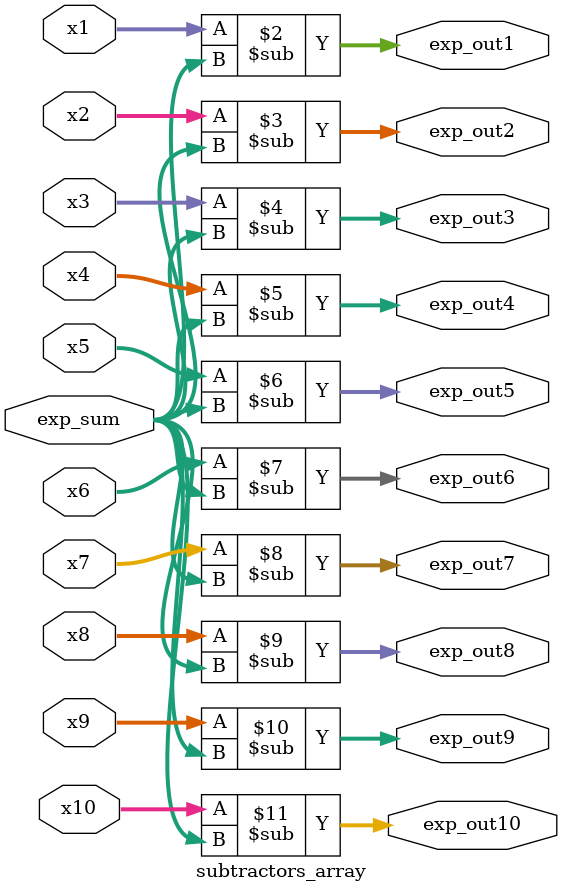
<source format=v>
`timescale 1ns / 1ps


module subtractors_array(
    input [8:0] exp_sum,
    input [7:0] x1,
    input [7:0] x2,
    input [7:0] x3,
    input [7:0] x4,
    input [7:0] x5,
    input [7:0] x6,
    input [7:0] x7,
    input [7:0] x8,
    input [7:0] x9,
    input [7:0] x10,
    output reg [8:0] exp_out1,
    output reg [8:0] exp_out2,
    output reg [8:0] exp_out3,
    output reg [8:0] exp_out4,
    output reg [8:0] exp_out5,
    output reg [8:0] exp_out6,
    output reg [8:0] exp_out7,
    output reg [8:0] exp_out8,
    output reg [8:0] exp_out9,
    output reg [8:0] exp_out10
);

always @* begin
    exp_out1 = x1 - exp_sum;
    exp_out2 = x2 - exp_sum;
    exp_out3 = x3 - exp_sum;
    exp_out4 = x4 - exp_sum;
    exp_out5 = x5 - exp_sum;
    exp_out6 = x6 - exp_sum;
    exp_out7 = x7 - exp_sum;
    exp_out8 = x8 - exp_sum;
    exp_out9 = x9 - exp_sum;
    exp_out10 = x10 - exp_sum;
end
endmodule
</source>
